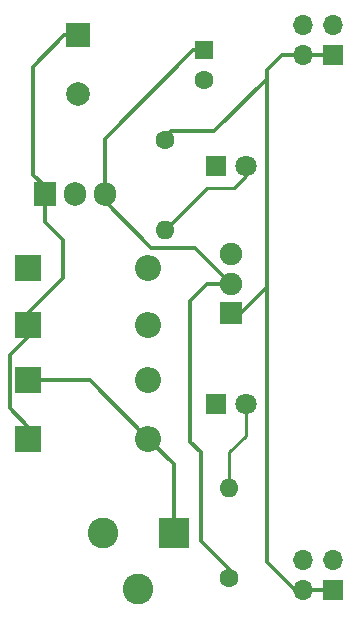
<source format=gtl>
%TF.GenerationSoftware,KiCad,Pcbnew,(6.0.1)*%
%TF.CreationDate,2022-04-22T15:44:46-05:00*%
%TF.ProjectId,BreadboardPowerSupply_v2,42726561-6462-46f6-9172-64506f776572,2*%
%TF.SameCoordinates,Original*%
%TF.FileFunction,Copper,L1,Top*%
%TF.FilePolarity,Positive*%
%FSLAX46Y46*%
G04 Gerber Fmt 4.6, Leading zero omitted, Abs format (unit mm)*
G04 Created by KiCad (PCBNEW (6.0.1)) date 2022-04-22 15:44:46*
%MOMM*%
%LPD*%
G01*
G04 APERTURE LIST*
%TA.AperFunction,ComponentPad*%
%ADD10R,1.700000X1.700000*%
%TD*%
%TA.AperFunction,ComponentPad*%
%ADD11O,1.700000X1.700000*%
%TD*%
%TA.AperFunction,ComponentPad*%
%ADD12R,1.600000X1.600000*%
%TD*%
%TA.AperFunction,ComponentPad*%
%ADD13C,1.600000*%
%TD*%
%TA.AperFunction,ComponentPad*%
%ADD14O,1.600000X1.600000*%
%TD*%
%TA.AperFunction,ComponentPad*%
%ADD15R,2.600000X2.600000*%
%TD*%
%TA.AperFunction,ComponentPad*%
%ADD16C,2.600000*%
%TD*%
%TA.AperFunction,ComponentPad*%
%ADD17R,2.000000X2.000000*%
%TD*%
%TA.AperFunction,ComponentPad*%
%ADD18C,2.000000*%
%TD*%
%TA.AperFunction,ComponentPad*%
%ADD19R,1.905000X2.000000*%
%TD*%
%TA.AperFunction,ComponentPad*%
%ADD20O,1.905000X2.000000*%
%TD*%
%TA.AperFunction,ComponentPad*%
%ADD21R,2.200000X2.200000*%
%TD*%
%TA.AperFunction,ComponentPad*%
%ADD22O,2.200000X2.200000*%
%TD*%
%TA.AperFunction,ComponentPad*%
%ADD23R,1.800000X1.800000*%
%TD*%
%TA.AperFunction,ComponentPad*%
%ADD24C,1.800000*%
%TD*%
%TA.AperFunction,ComponentPad*%
%ADD25R,1.900000X1.900000*%
%TD*%
%TA.AperFunction,ComponentPad*%
%ADD26C,1.900000*%
%TD*%
%TA.AperFunction,Conductor*%
%ADD27C,0.300000*%
%TD*%
%TA.AperFunction,Conductor*%
%ADD28C,0.250000*%
%TD*%
G04 APERTURE END LIST*
D10*
%TO.P,J2,1,Pin_1*%
%TO.N,/Vout2*%
X167772000Y-113924000D03*
D11*
%TO.P,J2,2,Pin_2*%
X165232000Y-113924000D03*
%TO.P,J2,3,Pin_3*%
%TO.N,/V-*%
X167772000Y-111384000D03*
%TO.P,J2,4,Pin_4*%
X165232000Y-111384000D03*
%TD*%
D12*
%TO.P,C2,1*%
%TO.N,/Vout1*%
X156845000Y-68199000D03*
D13*
%TO.P,C2,2*%
%TO.N,/V-*%
X156845000Y-70699000D03*
%TD*%
%TO.P,R1,1*%
%TO.N,/Vout1*%
X159004000Y-112903000D03*
D14*
%TO.P,R1,2*%
%TO.N,Net-(D5-Pad2)*%
X159004000Y-105283000D03*
%TD*%
D15*
%TO.P,J1,1*%
%TO.N,/V1*%
X154282000Y-109105000D03*
D16*
%TO.P,J1,2*%
%TO.N,/V2*%
X148282000Y-109105000D03*
%TO.P,J1,3*%
%TO.N,unconnected-(J1-Pad3)*%
X151282000Y-113805000D03*
%TD*%
D17*
%TO.P,C1,1*%
%TO.N,/Vin*%
X146177000Y-66929000D03*
D18*
%TO.P,C1,2*%
%TO.N,/V-*%
X146177000Y-71929000D03*
%TD*%
D19*
%TO.P,U1,1,VI*%
%TO.N,/Vin*%
X143346000Y-80391000D03*
D20*
%TO.P,U1,2,GND*%
%TO.N,/V-*%
X145886000Y-80391000D03*
%TO.P,U1,3,VO*%
%TO.N,/Vout1*%
X148426000Y-80391000D03*
%TD*%
D21*
%TO.P,D1,1,K*%
%TO.N,/Vin*%
X141986000Y-101092000D03*
D22*
%TO.P,D1,2,A*%
%TO.N,/V1*%
X152146000Y-101092000D03*
%TD*%
D21*
%TO.P,D2,1,K*%
%TO.N,/V1*%
X141986000Y-96139000D03*
D22*
%TO.P,D2,2,A*%
%TO.N,/V-*%
X152146000Y-96139000D03*
%TD*%
D23*
%TO.P,D5,1,K*%
%TO.N,/V-*%
X157856000Y-98164000D03*
D24*
%TO.P,D5,2,A*%
%TO.N,Net-(D5-Pad2)*%
X160396000Y-98164000D03*
%TD*%
D21*
%TO.P,D3,1,K*%
%TO.N,/Vin*%
X141986000Y-91440000D03*
D22*
%TO.P,D3,2,A*%
%TO.N,/V2*%
X152146000Y-91440000D03*
%TD*%
D13*
%TO.P,R2,1*%
%TO.N,/Vout2*%
X153521000Y-75819000D03*
D14*
%TO.P,R2,2*%
%TO.N,Net-(D6-Pad2)*%
X153521000Y-83439000D03*
%TD*%
D10*
%TO.P,J3,1,Pin_1*%
%TO.N,/Vout2*%
X167772000Y-68585000D03*
D11*
%TO.P,J3,2,Pin_2*%
X165232000Y-68585000D03*
%TO.P,J3,3,Pin_3*%
%TO.N,/V-*%
X167772000Y-66045000D03*
%TO.P,J3,4,Pin_4*%
X165232000Y-66045000D03*
%TD*%
D25*
%TO.P,SW1,1,A*%
%TO.N,/Vout2*%
X159131000Y-90468000D03*
D26*
%TO.P,SW1,2,B*%
%TO.N,/Vout1*%
X159131000Y-87968000D03*
%TO.P,SW1,3,C*%
%TO.N,unconnected-(SW1-Pad3)*%
X159131000Y-85468000D03*
%TD*%
D21*
%TO.P,D4,1,K*%
%TO.N,/V2*%
X141986000Y-86614000D03*
D22*
%TO.P,D4,2,A*%
%TO.N,/V-*%
X152146000Y-86614000D03*
%TD*%
D23*
%TO.P,D6,1,K*%
%TO.N,/V-*%
X157856000Y-78012000D03*
D24*
%TO.P,D6,2,A*%
%TO.N,Net-(D6-Pad2)*%
X160396000Y-78012000D03*
%TD*%
D27*
%TO.N,/Vout2*%
X164592000Y-113919000D02*
X162179000Y-111506000D01*
X153521000Y-75819000D02*
X153521000Y-75587000D01*
X162179000Y-70612000D02*
X162179000Y-69850000D01*
X159976000Y-90468000D02*
X162179000Y-88265000D01*
X162179000Y-111506000D02*
X162179000Y-88265000D01*
X162179000Y-69850000D02*
X163444000Y-68585000D01*
X153521000Y-75587000D02*
X154051000Y-75057000D01*
X165232000Y-113924000D02*
X165227000Y-113919000D01*
X163444000Y-68585000D02*
X165232000Y-68585000D01*
X165227000Y-113919000D02*
X164592000Y-113919000D01*
X157734000Y-75057000D02*
X162179000Y-70612000D01*
X165232000Y-68585000D02*
X167772000Y-68585000D01*
X162179000Y-88265000D02*
X162179000Y-70612000D01*
X159131000Y-90468000D02*
X159976000Y-90468000D01*
X167772000Y-113924000D02*
X165232000Y-113924000D01*
X154051000Y-75057000D02*
X157734000Y-75057000D01*
%TO.N,/Vout1*%
X156591000Y-109728000D02*
X159004000Y-112141000D01*
X157142000Y-87968000D02*
X155702000Y-89408000D01*
X148426000Y-80391000D02*
X148426000Y-80989000D01*
X159004000Y-112141000D02*
X159004000Y-112903000D01*
X155702000Y-101346000D02*
X156591000Y-102235000D01*
X159131000Y-87968000D02*
X157142000Y-87968000D01*
X148426000Y-80391000D02*
X148426000Y-75729000D01*
X155702000Y-89408000D02*
X155702000Y-101346000D01*
X156126000Y-84963000D02*
X159131000Y-87968000D01*
X148426000Y-75729000D02*
X155956000Y-68199000D01*
X156591000Y-102235000D02*
X156591000Y-109728000D01*
X155956000Y-68199000D02*
X156845000Y-68199000D01*
X152400000Y-84963000D02*
X156126000Y-84963000D01*
X148426000Y-80989000D02*
X152400000Y-84963000D01*
D28*
%TO.N,Net-(D5-Pad2)*%
X159004000Y-105283000D02*
X159004000Y-102235000D01*
X160396000Y-100833000D02*
X160396000Y-98164000D01*
X160401000Y-100838000D02*
X160396000Y-100833000D01*
X159004000Y-102235000D02*
X160401000Y-100838000D01*
%TO.N,Net-(D6-Pad2)*%
X160401000Y-78867000D02*
X160401000Y-78017000D01*
X153521000Y-83439000D02*
X157077000Y-79883000D01*
X157077000Y-79883000D02*
X159385000Y-79883000D01*
X159385000Y-79883000D02*
X160401000Y-78867000D01*
X160401000Y-78017000D02*
X160396000Y-78012000D01*
D27*
%TO.N,/Vin*%
X142367000Y-78740000D02*
X142367000Y-69596000D01*
X142367000Y-69596000D02*
X145034000Y-66929000D01*
X140436489Y-94005511D02*
X140436489Y-98526489D01*
X141986000Y-92456000D02*
X140436489Y-94005511D01*
X141986000Y-90424000D02*
X141986000Y-91440000D01*
X145034000Y-66929000D02*
X146177000Y-66929000D01*
X143346000Y-79719000D02*
X142367000Y-78740000D01*
X144907000Y-84264500D02*
X144907000Y-87503000D01*
X143346000Y-80391000D02*
X143346000Y-82703500D01*
X144907000Y-87503000D02*
X141986000Y-90424000D01*
X143346000Y-82703500D02*
X144907000Y-84264500D01*
X140436489Y-98526489D02*
X141986000Y-100076000D01*
X141986000Y-100076000D02*
X141986000Y-101092000D01*
X143346000Y-80391000D02*
X143346000Y-79719000D01*
X141986000Y-91440000D02*
X141986000Y-92456000D01*
%TO.N,/V1*%
X152146000Y-101092000D02*
X154282000Y-103228000D01*
X141986000Y-96139000D02*
X147193000Y-96139000D01*
X154282000Y-103228000D02*
X154282000Y-109105000D01*
X147193000Y-96139000D02*
X152146000Y-101092000D01*
%TD*%
M02*

</source>
